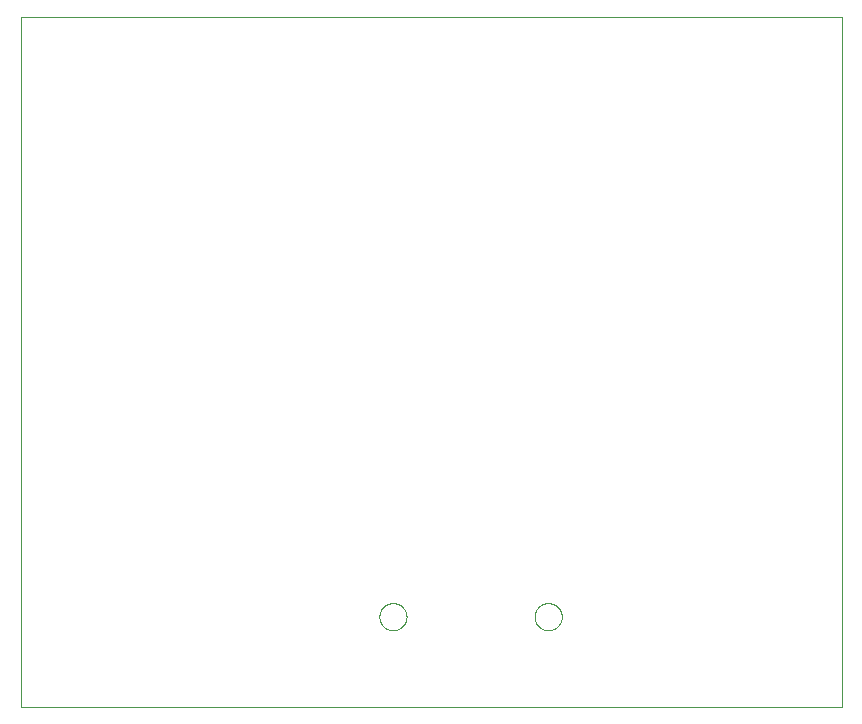
<source format=gko>
G75*
%MOIN*%
%OFA0B0*%
%FSLAX25Y25*%
%IPPOS*%
%LPD*%
%AMOC8*
5,1,8,0,0,1.08239X$1,22.5*
%
%ADD10C,0.00000*%
D10*
X0001000Y0011618D02*
X0001000Y0241579D01*
X0274701Y0241579D01*
X0274701Y0011618D01*
X0001000Y0011618D01*
X0120606Y0041618D02*
X0120608Y0041752D01*
X0120614Y0041886D01*
X0120624Y0042020D01*
X0120638Y0042154D01*
X0120656Y0042287D01*
X0120677Y0042419D01*
X0120703Y0042551D01*
X0120733Y0042682D01*
X0120766Y0042812D01*
X0120803Y0042940D01*
X0120845Y0043068D01*
X0120889Y0043195D01*
X0120938Y0043320D01*
X0120990Y0043443D01*
X0121046Y0043565D01*
X0121106Y0043686D01*
X0121169Y0043804D01*
X0121235Y0043921D01*
X0121305Y0044035D01*
X0121378Y0044148D01*
X0121455Y0044258D01*
X0121535Y0044366D01*
X0121618Y0044471D01*
X0121704Y0044574D01*
X0121793Y0044674D01*
X0121885Y0044772D01*
X0121980Y0044867D01*
X0122078Y0044959D01*
X0122178Y0045048D01*
X0122281Y0045134D01*
X0122386Y0045217D01*
X0122494Y0045297D01*
X0122604Y0045374D01*
X0122717Y0045447D01*
X0122831Y0045517D01*
X0122948Y0045583D01*
X0123066Y0045646D01*
X0123187Y0045706D01*
X0123309Y0045762D01*
X0123432Y0045814D01*
X0123557Y0045863D01*
X0123684Y0045907D01*
X0123812Y0045949D01*
X0123940Y0045986D01*
X0124070Y0046019D01*
X0124201Y0046049D01*
X0124333Y0046075D01*
X0124465Y0046096D01*
X0124598Y0046114D01*
X0124732Y0046128D01*
X0124866Y0046138D01*
X0125000Y0046144D01*
X0125134Y0046146D01*
X0125268Y0046144D01*
X0125402Y0046138D01*
X0125536Y0046128D01*
X0125670Y0046114D01*
X0125803Y0046096D01*
X0125935Y0046075D01*
X0126067Y0046049D01*
X0126198Y0046019D01*
X0126328Y0045986D01*
X0126456Y0045949D01*
X0126584Y0045907D01*
X0126711Y0045863D01*
X0126836Y0045814D01*
X0126959Y0045762D01*
X0127081Y0045706D01*
X0127202Y0045646D01*
X0127320Y0045583D01*
X0127437Y0045517D01*
X0127551Y0045447D01*
X0127664Y0045374D01*
X0127774Y0045297D01*
X0127882Y0045217D01*
X0127987Y0045134D01*
X0128090Y0045048D01*
X0128190Y0044959D01*
X0128288Y0044867D01*
X0128383Y0044772D01*
X0128475Y0044674D01*
X0128564Y0044574D01*
X0128650Y0044471D01*
X0128733Y0044366D01*
X0128813Y0044258D01*
X0128890Y0044148D01*
X0128963Y0044035D01*
X0129033Y0043921D01*
X0129099Y0043804D01*
X0129162Y0043686D01*
X0129222Y0043565D01*
X0129278Y0043443D01*
X0129330Y0043320D01*
X0129379Y0043195D01*
X0129423Y0043068D01*
X0129465Y0042940D01*
X0129502Y0042812D01*
X0129535Y0042682D01*
X0129565Y0042551D01*
X0129591Y0042419D01*
X0129612Y0042287D01*
X0129630Y0042154D01*
X0129644Y0042020D01*
X0129654Y0041886D01*
X0129660Y0041752D01*
X0129662Y0041618D01*
X0129660Y0041484D01*
X0129654Y0041350D01*
X0129644Y0041216D01*
X0129630Y0041082D01*
X0129612Y0040949D01*
X0129591Y0040817D01*
X0129565Y0040685D01*
X0129535Y0040554D01*
X0129502Y0040424D01*
X0129465Y0040296D01*
X0129423Y0040168D01*
X0129379Y0040041D01*
X0129330Y0039916D01*
X0129278Y0039793D01*
X0129222Y0039671D01*
X0129162Y0039550D01*
X0129099Y0039432D01*
X0129033Y0039315D01*
X0128963Y0039201D01*
X0128890Y0039088D01*
X0128813Y0038978D01*
X0128733Y0038870D01*
X0128650Y0038765D01*
X0128564Y0038662D01*
X0128475Y0038562D01*
X0128383Y0038464D01*
X0128288Y0038369D01*
X0128190Y0038277D01*
X0128090Y0038188D01*
X0127987Y0038102D01*
X0127882Y0038019D01*
X0127774Y0037939D01*
X0127664Y0037862D01*
X0127551Y0037789D01*
X0127437Y0037719D01*
X0127320Y0037653D01*
X0127202Y0037590D01*
X0127081Y0037530D01*
X0126959Y0037474D01*
X0126836Y0037422D01*
X0126711Y0037373D01*
X0126584Y0037329D01*
X0126456Y0037287D01*
X0126328Y0037250D01*
X0126198Y0037217D01*
X0126067Y0037187D01*
X0125935Y0037161D01*
X0125803Y0037140D01*
X0125670Y0037122D01*
X0125536Y0037108D01*
X0125402Y0037098D01*
X0125268Y0037092D01*
X0125134Y0037090D01*
X0125000Y0037092D01*
X0124866Y0037098D01*
X0124732Y0037108D01*
X0124598Y0037122D01*
X0124465Y0037140D01*
X0124333Y0037161D01*
X0124201Y0037187D01*
X0124070Y0037217D01*
X0123940Y0037250D01*
X0123812Y0037287D01*
X0123684Y0037329D01*
X0123557Y0037373D01*
X0123432Y0037422D01*
X0123309Y0037474D01*
X0123187Y0037530D01*
X0123066Y0037590D01*
X0122948Y0037653D01*
X0122831Y0037719D01*
X0122717Y0037789D01*
X0122604Y0037862D01*
X0122494Y0037939D01*
X0122386Y0038019D01*
X0122281Y0038102D01*
X0122178Y0038188D01*
X0122078Y0038277D01*
X0121980Y0038369D01*
X0121885Y0038464D01*
X0121793Y0038562D01*
X0121704Y0038662D01*
X0121618Y0038765D01*
X0121535Y0038870D01*
X0121455Y0038978D01*
X0121378Y0039088D01*
X0121305Y0039201D01*
X0121235Y0039315D01*
X0121169Y0039432D01*
X0121106Y0039550D01*
X0121046Y0039671D01*
X0120990Y0039793D01*
X0120938Y0039916D01*
X0120889Y0040041D01*
X0120845Y0040168D01*
X0120803Y0040296D01*
X0120766Y0040424D01*
X0120733Y0040554D01*
X0120703Y0040685D01*
X0120677Y0040817D01*
X0120656Y0040949D01*
X0120638Y0041082D01*
X0120624Y0041216D01*
X0120614Y0041350D01*
X0120608Y0041484D01*
X0120606Y0041618D01*
X0172338Y0041618D02*
X0172340Y0041752D01*
X0172346Y0041886D01*
X0172356Y0042020D01*
X0172370Y0042154D01*
X0172388Y0042287D01*
X0172409Y0042419D01*
X0172435Y0042551D01*
X0172465Y0042682D01*
X0172498Y0042812D01*
X0172535Y0042940D01*
X0172577Y0043068D01*
X0172621Y0043195D01*
X0172670Y0043320D01*
X0172722Y0043443D01*
X0172778Y0043565D01*
X0172838Y0043686D01*
X0172901Y0043804D01*
X0172967Y0043921D01*
X0173037Y0044035D01*
X0173110Y0044148D01*
X0173187Y0044258D01*
X0173267Y0044366D01*
X0173350Y0044471D01*
X0173436Y0044574D01*
X0173525Y0044674D01*
X0173617Y0044772D01*
X0173712Y0044867D01*
X0173810Y0044959D01*
X0173910Y0045048D01*
X0174013Y0045134D01*
X0174118Y0045217D01*
X0174226Y0045297D01*
X0174336Y0045374D01*
X0174449Y0045447D01*
X0174563Y0045517D01*
X0174680Y0045583D01*
X0174798Y0045646D01*
X0174919Y0045706D01*
X0175041Y0045762D01*
X0175164Y0045814D01*
X0175289Y0045863D01*
X0175416Y0045907D01*
X0175544Y0045949D01*
X0175672Y0045986D01*
X0175802Y0046019D01*
X0175933Y0046049D01*
X0176065Y0046075D01*
X0176197Y0046096D01*
X0176330Y0046114D01*
X0176464Y0046128D01*
X0176598Y0046138D01*
X0176732Y0046144D01*
X0176866Y0046146D01*
X0177000Y0046144D01*
X0177134Y0046138D01*
X0177268Y0046128D01*
X0177402Y0046114D01*
X0177535Y0046096D01*
X0177667Y0046075D01*
X0177799Y0046049D01*
X0177930Y0046019D01*
X0178060Y0045986D01*
X0178188Y0045949D01*
X0178316Y0045907D01*
X0178443Y0045863D01*
X0178568Y0045814D01*
X0178691Y0045762D01*
X0178813Y0045706D01*
X0178934Y0045646D01*
X0179052Y0045583D01*
X0179169Y0045517D01*
X0179283Y0045447D01*
X0179396Y0045374D01*
X0179506Y0045297D01*
X0179614Y0045217D01*
X0179719Y0045134D01*
X0179822Y0045048D01*
X0179922Y0044959D01*
X0180020Y0044867D01*
X0180115Y0044772D01*
X0180207Y0044674D01*
X0180296Y0044574D01*
X0180382Y0044471D01*
X0180465Y0044366D01*
X0180545Y0044258D01*
X0180622Y0044148D01*
X0180695Y0044035D01*
X0180765Y0043921D01*
X0180831Y0043804D01*
X0180894Y0043686D01*
X0180954Y0043565D01*
X0181010Y0043443D01*
X0181062Y0043320D01*
X0181111Y0043195D01*
X0181155Y0043068D01*
X0181197Y0042940D01*
X0181234Y0042812D01*
X0181267Y0042682D01*
X0181297Y0042551D01*
X0181323Y0042419D01*
X0181344Y0042287D01*
X0181362Y0042154D01*
X0181376Y0042020D01*
X0181386Y0041886D01*
X0181392Y0041752D01*
X0181394Y0041618D01*
X0181392Y0041484D01*
X0181386Y0041350D01*
X0181376Y0041216D01*
X0181362Y0041082D01*
X0181344Y0040949D01*
X0181323Y0040817D01*
X0181297Y0040685D01*
X0181267Y0040554D01*
X0181234Y0040424D01*
X0181197Y0040296D01*
X0181155Y0040168D01*
X0181111Y0040041D01*
X0181062Y0039916D01*
X0181010Y0039793D01*
X0180954Y0039671D01*
X0180894Y0039550D01*
X0180831Y0039432D01*
X0180765Y0039315D01*
X0180695Y0039201D01*
X0180622Y0039088D01*
X0180545Y0038978D01*
X0180465Y0038870D01*
X0180382Y0038765D01*
X0180296Y0038662D01*
X0180207Y0038562D01*
X0180115Y0038464D01*
X0180020Y0038369D01*
X0179922Y0038277D01*
X0179822Y0038188D01*
X0179719Y0038102D01*
X0179614Y0038019D01*
X0179506Y0037939D01*
X0179396Y0037862D01*
X0179283Y0037789D01*
X0179169Y0037719D01*
X0179052Y0037653D01*
X0178934Y0037590D01*
X0178813Y0037530D01*
X0178691Y0037474D01*
X0178568Y0037422D01*
X0178443Y0037373D01*
X0178316Y0037329D01*
X0178188Y0037287D01*
X0178060Y0037250D01*
X0177930Y0037217D01*
X0177799Y0037187D01*
X0177667Y0037161D01*
X0177535Y0037140D01*
X0177402Y0037122D01*
X0177268Y0037108D01*
X0177134Y0037098D01*
X0177000Y0037092D01*
X0176866Y0037090D01*
X0176732Y0037092D01*
X0176598Y0037098D01*
X0176464Y0037108D01*
X0176330Y0037122D01*
X0176197Y0037140D01*
X0176065Y0037161D01*
X0175933Y0037187D01*
X0175802Y0037217D01*
X0175672Y0037250D01*
X0175544Y0037287D01*
X0175416Y0037329D01*
X0175289Y0037373D01*
X0175164Y0037422D01*
X0175041Y0037474D01*
X0174919Y0037530D01*
X0174798Y0037590D01*
X0174680Y0037653D01*
X0174563Y0037719D01*
X0174449Y0037789D01*
X0174336Y0037862D01*
X0174226Y0037939D01*
X0174118Y0038019D01*
X0174013Y0038102D01*
X0173910Y0038188D01*
X0173810Y0038277D01*
X0173712Y0038369D01*
X0173617Y0038464D01*
X0173525Y0038562D01*
X0173436Y0038662D01*
X0173350Y0038765D01*
X0173267Y0038870D01*
X0173187Y0038978D01*
X0173110Y0039088D01*
X0173037Y0039201D01*
X0172967Y0039315D01*
X0172901Y0039432D01*
X0172838Y0039550D01*
X0172778Y0039671D01*
X0172722Y0039793D01*
X0172670Y0039916D01*
X0172621Y0040041D01*
X0172577Y0040168D01*
X0172535Y0040296D01*
X0172498Y0040424D01*
X0172465Y0040554D01*
X0172435Y0040685D01*
X0172409Y0040817D01*
X0172388Y0040949D01*
X0172370Y0041082D01*
X0172356Y0041216D01*
X0172346Y0041350D01*
X0172340Y0041484D01*
X0172338Y0041618D01*
M02*

</source>
